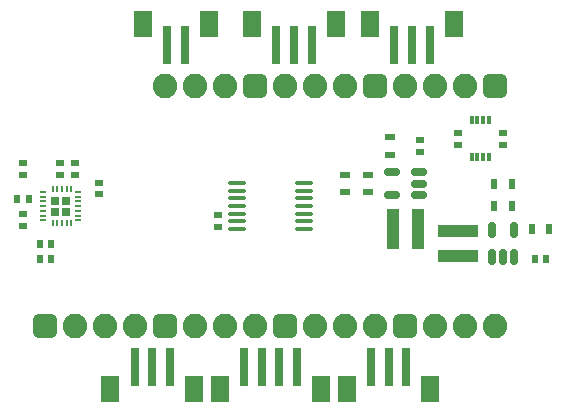
<source format=gbr>
%TF.GenerationSoftware,KiCad,Pcbnew,6.0.9*%
%TF.CreationDate,2022-11-20T22:09:46-05:00*%
%TF.ProjectId,biym-board,6269796d-2d62-46f6-9172-642e6b696361,1.2*%
%TF.SameCoordinates,Original*%
%TF.FileFunction,Paste,Top*%
%TF.FilePolarity,Positive*%
%FSLAX46Y46*%
G04 Gerber Fmt 4.6, Leading zero omitted, Abs format (unit mm)*
G04 Created by KiCad (PCBNEW 6.0.9) date 2022-11-20 22:09:46*
%MOMM*%
%LPD*%
G01*
G04 APERTURE LIST*
G04 Aperture macros list*
%AMRoundRect*
0 Rectangle with rounded corners*
0 $1 Rounding radius*
0 $2 $3 $4 $5 $6 $7 $8 $9 X,Y pos of 4 corners*
0 Add a 4 corners polygon primitive as box body*
4,1,4,$2,$3,$4,$5,$6,$7,$8,$9,$2,$3,0*
0 Add four circle primitives for the rounded corners*
1,1,$1+$1,$2,$3*
1,1,$1+$1,$4,$5*
1,1,$1+$1,$6,$7*
1,1,$1+$1,$8,$9*
0 Add four rect primitives between the rounded corners*
20,1,$1+$1,$2,$3,$4,$5,0*
20,1,$1+$1,$4,$5,$6,$7,0*
20,1,$1+$1,$6,$7,$8,$9,0*
20,1,$1+$1,$8,$9,$2,$3,0*%
G04 Aperture macros list end*
%ADD10RoundRect,0.520700X0.520700X0.520700X-0.520700X0.520700X-0.520700X-0.520700X0.520700X-0.520700X0*%
%ADD11C,2.082800*%
%ADD12RoundRect,0.520700X-0.520700X-0.520700X0.520700X-0.520700X0.520700X0.520700X-0.520700X0.520700X0*%
%ADD13R,0.889000X0.609600*%
%ADD14R,0.700000X0.600000*%
%ADD15R,1.500000X2.300000*%
%ADD16R,0.700000X3.200000*%
%ADD17R,0.609600X0.889000*%
%ADD18RoundRect,0.150000X0.512500X0.150000X-0.512500X0.150000X-0.512500X-0.150000X0.512500X-0.150000X0*%
%ADD19R,0.600000X0.700000*%
%ADD20RoundRect,0.150000X0.150000X-0.512500X0.150000X0.512500X-0.150000X0.512500X-0.150000X-0.512500X0*%
%ADD21R,0.300000X0.800000*%
%ADD22R,1.000000X3.400000*%
%ADD23RoundRect,0.050000X-0.325000X-0.325000X0.325000X-0.325000X0.325000X0.325000X-0.325000X0.325000X0*%
%ADD24RoundRect,0.050000X-0.185000X-0.050000X0.185000X-0.050000X0.185000X0.050000X-0.185000X0.050000X0*%
%ADD25RoundRect,0.050000X-0.050000X-0.185000X0.050000X-0.185000X0.050000X0.185000X-0.050000X0.185000X0*%
%ADD26R,3.400000X1.000000*%
%ADD27RoundRect,0.100000X0.637500X0.100000X-0.637500X0.100000X-0.637500X-0.100000X0.637500X-0.100000X0*%
G04 APERTURE END LIST*
D10*
%TO.C,P7*%
X138730000Y-89840000D03*
D11*
X136190000Y-89840000D03*
X133650000Y-89840000D03*
X131110000Y-89840000D03*
%TD*%
D10*
%TO.C,P6*%
X148890000Y-89840000D03*
D11*
X146350000Y-89840000D03*
X143810000Y-89840000D03*
X141270000Y-89840000D03*
%TD*%
D10*
%TO.C,P5*%
X159050000Y-89840000D03*
D11*
X156510000Y-89840000D03*
X153970000Y-89840000D03*
X151430000Y-89840000D03*
%TD*%
D12*
%TO.C,P4*%
X151430000Y-110160000D03*
D11*
X153970000Y-110160000D03*
X156510000Y-110160000D03*
X159050000Y-110160000D03*
%TD*%
D12*
%TO.C,P3*%
X141270000Y-110160000D03*
D11*
X143810000Y-110160000D03*
X146350000Y-110160000D03*
X148890000Y-110160000D03*
%TD*%
D12*
%TO.C,P2*%
X131110000Y-110160000D03*
D11*
X133650000Y-110160000D03*
X136190000Y-110160000D03*
X138730000Y-110160000D03*
%TD*%
D12*
%TO.C,P1*%
X120950000Y-110160000D03*
D11*
X123490000Y-110160000D03*
X126030000Y-110160000D03*
X128570000Y-110160000D03*
%TD*%
D13*
%TO.C,C13*%
X146350000Y-98831600D03*
X146350000Y-97358400D03*
%TD*%
D14*
%TO.C,C4*%
X122220000Y-97325000D03*
X122220000Y-96325000D03*
%TD*%
D15*
%TO.C,J1*%
X129200000Y-84550000D03*
X134800000Y-84550000D03*
D16*
X131250000Y-86400000D03*
X132750000Y-86400000D03*
%TD*%
D15*
%TO.C,J5*%
X145550000Y-84550000D03*
X138450000Y-84550000D03*
D16*
X140500000Y-86400000D03*
X142000000Y-86400000D03*
X143500000Y-86400000D03*
%TD*%
D14*
%TO.C,R1*%
X119045000Y-96325000D03*
X119045000Y-97325000D03*
%TD*%
D17*
%TO.C,C14*%
X162123400Y-101905000D03*
X163596600Y-101905000D03*
%TD*%
D15*
%TO.C,J2*%
X126450000Y-115450000D03*
X133550000Y-115450000D03*
D16*
X131500000Y-113600000D03*
X130000000Y-113600000D03*
X128500000Y-113600000D03*
%TD*%
D18*
%TO.C,U4*%
X152567500Y-99045000D03*
X152567500Y-98095000D03*
X152567500Y-97145000D03*
X150292500Y-97145000D03*
X150292500Y-99045000D03*
%TD*%
D19*
%TO.C,C1*%
X120450000Y-103175000D03*
X121450000Y-103175000D03*
%TD*%
D17*
%TO.C,C15*%
X158948400Y-100000000D03*
X160421600Y-100000000D03*
%TD*%
D14*
%TO.C,C2*%
X123490000Y-97325000D03*
X123490000Y-96325000D03*
%TD*%
D13*
%TO.C,C11*%
X150160000Y-95656600D03*
X150160000Y-94183400D03*
%TD*%
D14*
%TO.C,C5*%
X119050000Y-101700000D03*
X119050000Y-100700000D03*
%TD*%
D19*
%TO.C,C7*%
X119545000Y-99365000D03*
X118545000Y-99365000D03*
%TD*%
D17*
%TO.C,C16*%
X158948400Y-98095000D03*
X160421600Y-98095000D03*
%TD*%
D15*
%TO.C,J6*%
X153550000Y-115450000D03*
X146450000Y-115450000D03*
D16*
X151500000Y-113600000D03*
X150000000Y-113600000D03*
X148500000Y-113600000D03*
%TD*%
D19*
%TO.C,R3*%
X162360000Y-104445000D03*
X163360000Y-104445000D03*
%TD*%
D20*
%TO.C,U5*%
X158735000Y-104312500D03*
X159685000Y-104312500D03*
X160635000Y-104312500D03*
X160635000Y-102037500D03*
X158735000Y-102037500D03*
%TD*%
D21*
%TO.C,U3*%
X158530000Y-92735000D03*
X158030000Y-92735000D03*
X157530000Y-92735000D03*
X157030000Y-92735000D03*
X157030000Y-95835000D03*
X157530000Y-95835000D03*
X158030000Y-95835000D03*
X158530000Y-95835000D03*
%TD*%
D22*
%TO.C,L1*%
X150380000Y-101905000D03*
X152480000Y-101905000D03*
%TD*%
D14*
%TO.C,C10*%
X159685000Y-94785000D03*
X159685000Y-93785000D03*
%TD*%
D13*
%TO.C,C12*%
X148255000Y-98831600D03*
X148255000Y-97358400D03*
%TD*%
D14*
%TO.C,C9*%
X155875000Y-94785000D03*
X155875000Y-93785000D03*
%TD*%
%TO.C,C8*%
X135555000Y-100770000D03*
X135555000Y-101770000D03*
%TD*%
%TO.C,R2*%
X152700000Y-95420000D03*
X152700000Y-94420000D03*
%TD*%
D23*
%TO.C,U1*%
X122690000Y-99530000D03*
X121750000Y-99530000D03*
X121750000Y-100470000D03*
X122690000Y-100470000D03*
D24*
X120755000Y-98800000D03*
X120755000Y-99200000D03*
X120755000Y-99600000D03*
X120755000Y-100000000D03*
X120755000Y-100400000D03*
X120755000Y-100800000D03*
X120755000Y-101200000D03*
D25*
X121550000Y-101465000D03*
X121950000Y-101465000D03*
X122350000Y-101465000D03*
X122750000Y-101465000D03*
X123150000Y-101465000D03*
D24*
X123685000Y-101200000D03*
X123685000Y-100800000D03*
X123685000Y-100400000D03*
X123685000Y-100000000D03*
X123685000Y-99600000D03*
X123685000Y-99200000D03*
X123685000Y-98800000D03*
D25*
X123150000Y-98535000D03*
X122750000Y-98535000D03*
X122350000Y-98535000D03*
X121950000Y-98535000D03*
X121550000Y-98535000D03*
%TD*%
D19*
%TO.C,C3*%
X120450000Y-104445000D03*
X121450000Y-104445000D03*
%TD*%
D15*
%TO.C,J3*%
X135700000Y-115450000D03*
X144300000Y-115450000D03*
D16*
X142250000Y-113600000D03*
X140750000Y-113600000D03*
X139250000Y-113600000D03*
X137750000Y-113600000D03*
%TD*%
D15*
%TO.C,J4*%
X155550000Y-84550000D03*
X148450000Y-84550000D03*
D16*
X150500000Y-86400000D03*
X152000000Y-86400000D03*
X153500000Y-86400000D03*
%TD*%
D26*
%TO.C,L2*%
X155875000Y-102125000D03*
X155875000Y-104225000D03*
%TD*%
D14*
%TO.C,C6*%
X125500000Y-98000000D03*
X125500000Y-99000000D03*
%TD*%
D27*
%TO.C,U2*%
X142862500Y-101950000D03*
X142862500Y-101300000D03*
X142862500Y-100650000D03*
X142862500Y-100000000D03*
X142862500Y-99350000D03*
X142862500Y-98700000D03*
X142862500Y-98050000D03*
X137137500Y-98050000D03*
X137137500Y-98700000D03*
X137137500Y-99350000D03*
X137137500Y-100000000D03*
X137137500Y-100650000D03*
X137137500Y-101300000D03*
X137137500Y-101950000D03*
%TD*%
M02*

</source>
